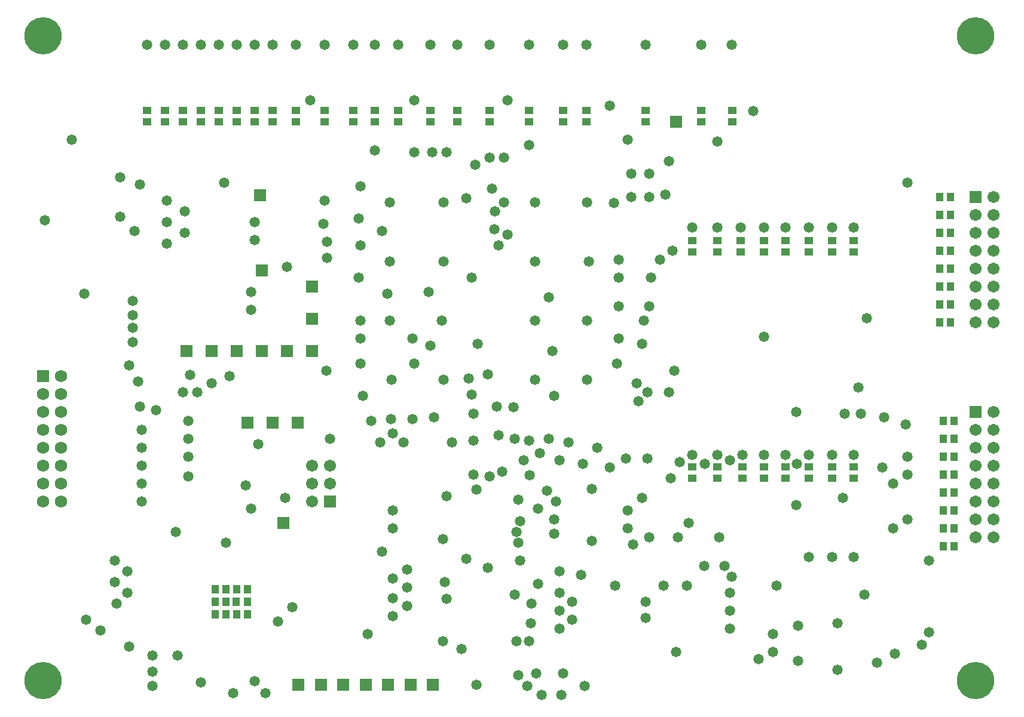
<source format=gbs>
G04*
G04 #@! TF.GenerationSoftware,Altium Limited,Altium Designer,22.3.1 (43)*
G04*
G04 Layer_Color=16711935*
%FSLAX25Y25*%
%MOIN*%
G70*
G04*
G04 #@! TF.SameCoordinates,F71B8339-E566-44E3-B05A-047308818BE7*
G04*
G04*
G04 #@! TF.FilePolarity,Negative*
G04*
G01*
G75*
%ADD25R,0.03950X0.04540*%
%ADD30R,0.04540X0.03950*%
%ADD33R,0.06706X0.06706*%
%ADD34C,0.20800*%
%ADD35C,0.06706*%
%ADD36R,0.06706X0.06706*%
%ADD37C,0.06800*%
%ADD38R,0.06800X0.06800*%
%ADD39C,0.05800*%
D25*
X526150Y220000D02*
D03*
X519850D02*
D03*
X526150Y240000D02*
D03*
X519850D02*
D03*
X526150Y260000D02*
D03*
X519850D02*
D03*
X526150Y270000D02*
D03*
X519850D02*
D03*
X526150Y280000D02*
D03*
X519850D02*
D03*
X526150Y290000D02*
D03*
X519850D02*
D03*
X526150Y230000D02*
D03*
X519850D02*
D03*
X526150Y250000D02*
D03*
X519850D02*
D03*
X127850Y71000D02*
D03*
X134150D02*
D03*
X127701Y64000D02*
D03*
X134000D02*
D03*
X122150Y57000D02*
D03*
X115850D02*
D03*
X122150Y71000D02*
D03*
X115850D02*
D03*
X122150Y64000D02*
D03*
X115850D02*
D03*
X127850Y57000D02*
D03*
X134150D02*
D03*
X521850Y165000D02*
D03*
X528150D02*
D03*
X521850Y95000D02*
D03*
X528150D02*
D03*
X521850Y125000D02*
D03*
X528150D02*
D03*
X521850Y145000D02*
D03*
X528150D02*
D03*
X521850Y135000D02*
D03*
X528150D02*
D03*
X521850Y155000D02*
D03*
X528150D02*
D03*
X521850Y115000D02*
D03*
X528150D02*
D03*
X521850Y105000D02*
D03*
X528150D02*
D03*
D30*
X177000Y331850D02*
D03*
Y338150D02*
D03*
X161000Y331850D02*
D03*
Y338150D02*
D03*
X356000Y331850D02*
D03*
Y338150D02*
D03*
X269000Y331850D02*
D03*
Y338150D02*
D03*
X251000Y331850D02*
D03*
Y338150D02*
D03*
X310000Y331850D02*
D03*
Y338150D02*
D03*
X291000Y331850D02*
D03*
Y338150D02*
D03*
X323000Y331850D02*
D03*
Y338150D02*
D03*
X236000Y331850D02*
D03*
Y338150D02*
D03*
X193000Y331850D02*
D03*
Y338150D02*
D03*
X218000Y331850D02*
D03*
Y338150D02*
D03*
X205000Y331850D02*
D03*
Y338150D02*
D03*
X472000Y265650D02*
D03*
Y259350D02*
D03*
X422000Y265650D02*
D03*
Y259350D02*
D03*
X434000Y265650D02*
D03*
Y259350D02*
D03*
X396000Y265650D02*
D03*
Y259350D02*
D03*
X409000Y265650D02*
D03*
Y259350D02*
D03*
X460000Y265650D02*
D03*
Y259350D02*
D03*
X447000Y265650D02*
D03*
Y259350D02*
D03*
X382000Y265650D02*
D03*
Y259350D02*
D03*
X387000Y331850D02*
D03*
Y338150D02*
D03*
X404500Y331850D02*
D03*
Y338150D02*
D03*
X422000Y132850D02*
D03*
Y139150D02*
D03*
X396000Y132850D02*
D03*
Y139150D02*
D03*
X382000Y132850D02*
D03*
Y139150D02*
D03*
X434000Y132850D02*
D03*
Y139150D02*
D03*
X460000Y132850D02*
D03*
Y139150D02*
D03*
X472000Y132850D02*
D03*
Y139150D02*
D03*
X410000Y132850D02*
D03*
Y139150D02*
D03*
X447000Y132850D02*
D03*
Y139150D02*
D03*
X148000Y331850D02*
D03*
Y338150D02*
D03*
X138000Y331850D02*
D03*
Y338150D02*
D03*
X118000Y331850D02*
D03*
Y338150D02*
D03*
X128000Y331850D02*
D03*
Y338150D02*
D03*
X108000Y331850D02*
D03*
Y338150D02*
D03*
X98000Y331850D02*
D03*
Y338150D02*
D03*
X88000Y331850D02*
D03*
Y338150D02*
D03*
X78000Y331850D02*
D03*
Y338150D02*
D03*
D33*
X142000Y249000D02*
D03*
X100000Y204000D02*
D03*
X114000D02*
D03*
X141000Y291000D02*
D03*
X142000Y204000D02*
D03*
X128000D02*
D03*
X170000D02*
D03*
X156000D02*
D03*
X170000Y240000D02*
D03*
Y222000D02*
D03*
X162000Y164000D02*
D03*
X373000Y332000D02*
D03*
X148000Y164000D02*
D03*
X134000D02*
D03*
X154000Y108000D02*
D03*
X237500Y17500D02*
D03*
X225000D02*
D03*
X212500D02*
D03*
X200000D02*
D03*
X187500D02*
D03*
X175000D02*
D03*
X162500D02*
D03*
D34*
X20000Y380000D02*
D03*
X540000D02*
D03*
Y20000D02*
D03*
X20000D02*
D03*
D35*
X170000Y140000D02*
D03*
X180000D02*
D03*
X170000Y130000D02*
D03*
X180000D02*
D03*
X170000Y120000D02*
D03*
X550000Y290000D02*
D03*
X540000Y280000D02*
D03*
X550000D02*
D03*
X540000Y270000D02*
D03*
X550000D02*
D03*
X540000Y260000D02*
D03*
X550000D02*
D03*
X540000Y250000D02*
D03*
X550000D02*
D03*
X540000Y240000D02*
D03*
X550000D02*
D03*
X540000Y230000D02*
D03*
X550000D02*
D03*
X540000Y220000D02*
D03*
X550000D02*
D03*
Y170000D02*
D03*
X540000Y160000D02*
D03*
X550000D02*
D03*
X540000Y150000D02*
D03*
X550000D02*
D03*
X540000Y140000D02*
D03*
X550000D02*
D03*
X540000Y130000D02*
D03*
X550000D02*
D03*
X540000Y120000D02*
D03*
X550000D02*
D03*
X540000Y110000D02*
D03*
X550000D02*
D03*
X540000Y100000D02*
D03*
X550000D02*
D03*
D36*
X180000Y120000D02*
D03*
X540000Y290000D02*
D03*
Y170000D02*
D03*
D37*
X30000Y120000D02*
D03*
Y130000D02*
D03*
Y140000D02*
D03*
Y150000D02*
D03*
Y160000D02*
D03*
Y170000D02*
D03*
Y180000D02*
D03*
X20000Y120000D02*
D03*
Y130000D02*
D03*
Y140000D02*
D03*
Y150000D02*
D03*
Y160000D02*
D03*
Y170000D02*
D03*
X30000Y190000D02*
D03*
X20000Y180000D02*
D03*
D38*
Y190000D02*
D03*
D39*
X268000Y191000D02*
D03*
X260000Y169000D02*
D03*
X236000Y207000D02*
D03*
X305000Y179000D02*
D03*
X357000Y181000D02*
D03*
X369000D02*
D03*
X440000Y170000D02*
D03*
X283000Y155000D02*
D03*
X260000Y154000D02*
D03*
X345000Y144000D02*
D03*
X329000Y150000D02*
D03*
X357000Y144000D02*
D03*
X291000Y154000D02*
D03*
X313000Y153000D02*
D03*
X302000Y155000D02*
D03*
X274000Y157000D02*
D03*
X440500Y141000D02*
D03*
X298000Y12000D02*
D03*
X322000Y17000D02*
D03*
X144000Y13000D02*
D03*
X397000Y100000D02*
D03*
X440000Y118000D02*
D03*
X380000Y108000D02*
D03*
X419000Y32000D02*
D03*
X177000Y288000D02*
D03*
X176500Y275000D02*
D03*
X346000Y322000D02*
D03*
X474700Y183700D02*
D03*
X399900Y83900D02*
D03*
X388800Y84000D02*
D03*
X502100Y297800D02*
D03*
X292300Y63000D02*
D03*
X366900Y291100D02*
D03*
X338400Y286600D02*
D03*
X253300Y37700D02*
D03*
X261600Y17700D02*
D03*
X245000Y65600D02*
D03*
X244000Y75000D02*
D03*
X476000Y169000D02*
D03*
X422000Y212000D02*
D03*
X479200Y222200D02*
D03*
X261600Y126400D02*
D03*
X262400Y207900D02*
D03*
X257300Y188400D02*
D03*
X256000Y289300D02*
D03*
X270200Y294700D02*
D03*
X282200Y172500D02*
D03*
X291500Y134500D02*
D03*
X226000Y166000D02*
D03*
X238000Y167000D02*
D03*
X212000Y236000D02*
D03*
X227000Y197000D02*
D03*
X248000Y153000D02*
D03*
X235000Y237000D02*
D03*
X373000Y36000D02*
D03*
X304000Y204000D02*
D03*
X302000Y234000D02*
D03*
X372000Y193000D02*
D03*
X467000Y169000D02*
D03*
X488000Y139000D02*
D03*
X514000Y87000D02*
D03*
Y47000D02*
D03*
X478000Y68000D02*
D03*
X494000Y130000D02*
D03*
Y105000D02*
D03*
X502000Y135000D02*
D03*
X354000Y208000D02*
D03*
X355000Y221000D02*
D03*
X351000Y186000D02*
D03*
X272000Y282000D02*
D03*
X271828Y272000D02*
D03*
X279000Y269000D02*
D03*
X288000Y143000D02*
D03*
X273000Y173000D02*
D03*
X352000Y176000D02*
D03*
X259000Y179500D02*
D03*
X340000Y197000D02*
D03*
X245000Y123000D02*
D03*
X243000Y42000D02*
D03*
X260000Y135000D02*
D03*
X269000Y134000D02*
D03*
X256000Y88000D02*
D03*
X221000Y153000D02*
D03*
X209000Y92000D02*
D03*
X156000Y251000D02*
D03*
X296000Y116000D02*
D03*
X301000Y126000D02*
D03*
X305000Y102000D02*
D03*
Y110000D02*
D03*
X286000Y87000D02*
D03*
X297000Y147000D02*
D03*
X374000Y100000D02*
D03*
X358000D02*
D03*
X308000Y81000D02*
D03*
X320000Y79000D02*
D03*
X466000Y122000D02*
D03*
X178500Y256000D02*
D03*
Y265000D02*
D03*
X178000Y193000D02*
D03*
X197000Y221000D02*
D03*
X208000Y153000D02*
D03*
X198500Y179000D02*
D03*
X209000Y271000D02*
D03*
X214000Y166000D02*
D03*
X215000Y158000D02*
D03*
X259000Y245000D02*
D03*
X180000Y155000D02*
D03*
X366000Y73000D02*
D03*
X275964Y136500D02*
D03*
X309000Y12000D02*
D03*
X68000Y39000D02*
D03*
X290000Y17000D02*
D03*
X126000Y13000D02*
D03*
X285000Y23000D02*
D03*
X284000Y42000D02*
D03*
X291000D02*
D03*
X292000Y52000D02*
D03*
X138000Y19618D02*
D03*
X74000Y297000D02*
D03*
X89000Y288000D02*
D03*
Y264000D02*
D03*
X203000Y165000D02*
D03*
X226000Y211000D02*
D03*
X403000Y143000D02*
D03*
X375000Y142000D02*
D03*
X379000Y73000D02*
D03*
X341000Y211000D02*
D03*
X389000Y141000D02*
D03*
X95000Y34000D02*
D03*
X81000D02*
D03*
X94000Y103000D02*
D03*
X283000Y68000D02*
D03*
X284000Y103000D02*
D03*
X201000Y46000D02*
D03*
X108000Y19000D02*
D03*
X339000Y73000D02*
D03*
X295000Y24000D02*
D03*
X310000D02*
D03*
X308000Y69000D02*
D03*
X296000Y74000D02*
D03*
X308000Y59000D02*
D03*
X223000Y82000D02*
D03*
X358000Y229000D02*
D03*
X341000D02*
D03*
X215000Y105000D02*
D03*
Y115000D02*
D03*
X308000Y49000D02*
D03*
X215000Y56000D02*
D03*
X223000Y61500D02*
D03*
X215000Y66000D02*
D03*
Y77000D02*
D03*
X223000Y72000D02*
D03*
X403000Y49000D02*
D03*
Y59000D02*
D03*
Y69000D02*
D03*
X286000Y109000D02*
D03*
X404000Y78000D02*
D03*
X429000Y73000D02*
D03*
X197000Y197000D02*
D03*
Y263000D02*
D03*
Y296000D02*
D03*
X306000Y120000D02*
D03*
X489000Y167000D02*
D03*
X321000Y141000D02*
D03*
X308000Y143000D02*
D03*
X501000Y163000D02*
D03*
X349000Y96000D02*
D03*
X346000Y105000D02*
D03*
X502000Y145000D02*
D03*
X354000Y122000D02*
D03*
X346000Y115000D02*
D03*
X336000Y139000D02*
D03*
X268000Y83000D02*
D03*
X285000Y121000D02*
D03*
Y97000D02*
D03*
X73000Y187000D02*
D03*
X102000Y190500D02*
D03*
X74000Y173000D02*
D03*
X114000Y186000D02*
D03*
X83000Y171000D02*
D03*
X106000Y181000D02*
D03*
X124000Y190000D02*
D03*
X68000Y196000D02*
D03*
X63000Y301000D02*
D03*
X99000Y282000D02*
D03*
X227000Y315000D02*
D03*
X237000D02*
D03*
X245000D02*
D03*
X99000Y270000D02*
D03*
X121000Y298000D02*
D03*
X36000Y322000D02*
D03*
X291000Y319000D02*
D03*
X44000Y54000D02*
D03*
X52000Y48000D02*
D03*
X89000Y276000D02*
D03*
X326000Y98000D02*
D03*
Y127000D02*
D03*
X315000Y64000D02*
D03*
X472000Y89000D02*
D03*
X315000Y54000D02*
D03*
X460000Y89000D02*
D03*
X447000D02*
D03*
X356000Y55000D02*
D03*
Y64000D02*
D03*
X510000Y40000D02*
D03*
X495000Y35000D02*
D03*
X441000Y50500D02*
D03*
X427000Y36000D02*
D03*
Y46000D02*
D03*
X441000Y31000D02*
D03*
X502000Y110000D02*
D03*
X485000Y30000D02*
D03*
X463000Y26000D02*
D03*
Y52000D02*
D03*
X138000Y266000D02*
D03*
Y276000D02*
D03*
X359000Y245000D02*
D03*
X341000D02*
D03*
X364000Y255000D02*
D03*
X341000D02*
D03*
X243000Y99000D02*
D03*
X98000Y181000D02*
D03*
X205000Y316000D02*
D03*
X81000Y17000D02*
D03*
Y25000D02*
D03*
X101000Y134000D02*
D03*
Y165000D02*
D03*
Y155000D02*
D03*
Y145000D02*
D03*
X136000Y116000D02*
D03*
X155000Y122000D02*
D03*
X140000Y152000D02*
D03*
X133000Y129000D02*
D03*
X136000Y227000D02*
D03*
Y237000D02*
D03*
X70000Y232000D02*
D03*
Y224000D02*
D03*
Y217000D02*
D03*
Y209000D02*
D03*
X43000Y236000D02*
D03*
X61000Y63000D02*
D03*
X67000Y69000D02*
D03*
X60000Y75000D02*
D03*
Y87000D02*
D03*
X67000Y81000D02*
D03*
X75000Y130000D02*
D03*
Y120000D02*
D03*
Y140000D02*
D03*
Y160000D02*
D03*
Y150000D02*
D03*
X197000Y211000D02*
D03*
X196000Y245000D02*
D03*
Y278000D02*
D03*
X274000Y263000D02*
D03*
X277000Y312000D02*
D03*
Y287000D02*
D03*
X269000Y312000D02*
D03*
X261000Y308000D02*
D03*
X358000Y303000D02*
D03*
X369000Y310000D02*
D03*
X358000Y290000D02*
D03*
X348000D02*
D03*
Y303000D02*
D03*
X416000Y338000D02*
D03*
X336000Y341000D02*
D03*
X159000Y61000D02*
D03*
X151000Y53000D02*
D03*
X122000Y97000D02*
D03*
X71000Y271000D02*
D03*
X63000Y279000D02*
D03*
X21000Y277000D02*
D03*
X279000Y344000D02*
D03*
X227000D02*
D03*
X169000D02*
D03*
X472000Y146000D02*
D03*
X460000D02*
D03*
X447000D02*
D03*
X434000D02*
D03*
X422000D02*
D03*
X410000D02*
D03*
X396000D02*
D03*
X382000D02*
D03*
X472000Y273000D02*
D03*
X460000D02*
D03*
X447000D02*
D03*
X434000D02*
D03*
X422000D02*
D03*
X409000D02*
D03*
X396000D02*
D03*
X382000D02*
D03*
X323240Y287000D02*
D03*
X294240D02*
D03*
X324240Y254000D02*
D03*
X294240D02*
D03*
Y221000D02*
D03*
X323240D02*
D03*
Y188000D02*
D03*
X294240D02*
D03*
X243240D02*
D03*
X214240D02*
D03*
X242240Y221000D02*
D03*
X213240D02*
D03*
X243240Y254000D02*
D03*
X213240D02*
D03*
Y287000D02*
D03*
X243240D02*
D03*
X396000Y321000D02*
D03*
X356000Y375000D02*
D03*
X323000D02*
D03*
X310000D02*
D03*
X291000D02*
D03*
X269000D02*
D03*
X251000D02*
D03*
X236000D02*
D03*
X218000D02*
D03*
X205000D02*
D03*
X193000D02*
D03*
X177000D02*
D03*
X161000D02*
D03*
X370000Y133000D02*
D03*
X371000Y260000D02*
D03*
X404000Y375000D02*
D03*
X387000D02*
D03*
X148000D02*
D03*
X138000D02*
D03*
X128000D02*
D03*
X118000D02*
D03*
X108000D02*
D03*
X98000D02*
D03*
X88000D02*
D03*
X78000D02*
D03*
M02*

</source>
